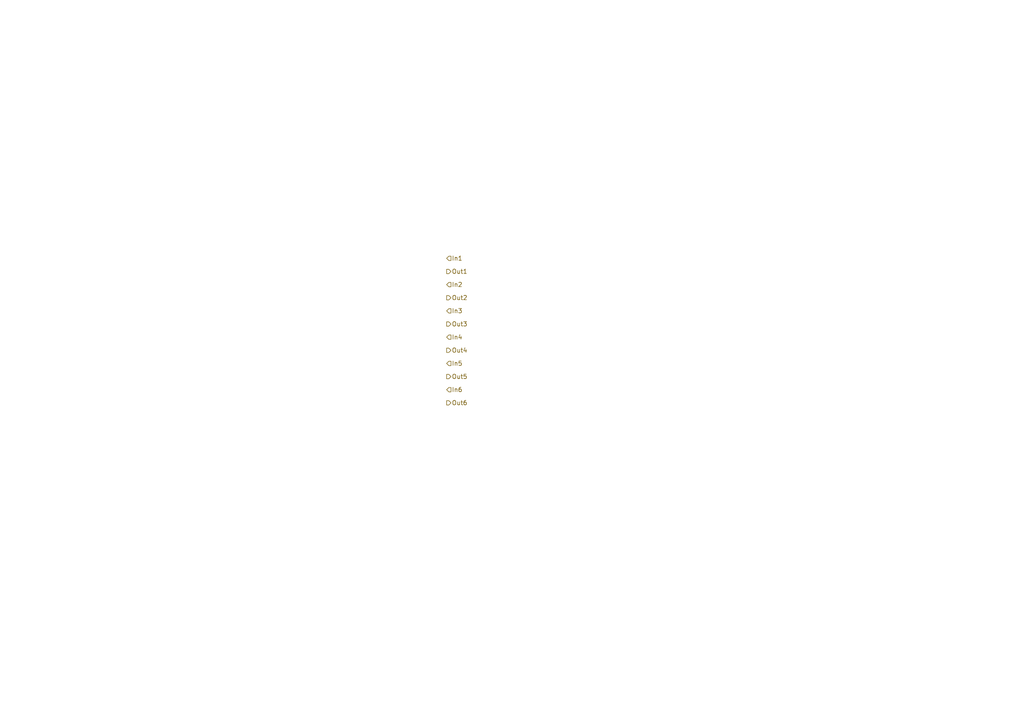
<source format=kicad_sch>
(kicad_sch
	(version 20231120)
	(generator "eeschema")
	(generator_version "8.0")
	(uuid "f7699b28-dfd0-4530-8f0c-9aa463992e8a")
	(paper "A4")
	(lib_symbols)
	(hierarchical_label "Out1"
		(shape output)
		(at 129.54 78.74 0)
		(fields_autoplaced yes)
		(effects
			(font
				(size 1.27 1.27)
			)
			(justify left)
		)
		(uuid "0498f53c-6978-4069-9956-675b0a641e47")
	)
	(hierarchical_label "In5"
		(shape input)
		(at 129.54 105.41 0)
		(fields_autoplaced yes)
		(effects
			(font
				(size 1.27 1.27)
			)
			(justify left)
		)
		(uuid "29c39b7b-92fd-482f-9edb-d68887dced0b")
	)
	(hierarchical_label "In4"
		(shape input)
		(at 129.54 97.79 0)
		(fields_autoplaced yes)
		(effects
			(font
				(size 1.27 1.27)
			)
			(justify left)
		)
		(uuid "2db6de00-df4a-415e-8827-e03d90a05302")
	)
	(hierarchical_label "In3"
		(shape input)
		(at 129.54 90.17 0)
		(fields_autoplaced yes)
		(effects
			(font
				(size 1.27 1.27)
			)
			(justify left)
		)
		(uuid "4209c756-5ab1-4b1c-8464-705d28a30fab")
	)
	(hierarchical_label "In6"
		(shape input)
		(at 129.54 113.03 0)
		(fields_autoplaced yes)
		(effects
			(font
				(size 1.27 1.27)
			)
			(justify left)
		)
		(uuid "a055cd85-17f9-465f-912a-4b6989b97591")
	)
	(hierarchical_label "Out5"
		(shape output)
		(at 129.54 109.22 0)
		(fields_autoplaced yes)
		(effects
			(font
				(size 1.27 1.27)
			)
			(justify left)
		)
		(uuid "a94b841e-46db-431e-b75a-ad7ee7edc37b")
	)
	(hierarchical_label "Out3"
		(shape output)
		(at 129.54 93.98 0)
		(fields_autoplaced yes)
		(effects
			(font
				(size 1.27 1.27)
			)
			(justify left)
		)
		(uuid "b58c7a67-3380-4ff4-a8f8-26e66fe3873b")
	)
	(hierarchical_label "Out6"
		(shape output)
		(at 129.54 116.84 0)
		(fields_autoplaced yes)
		(effects
			(font
				(size 1.27 1.27)
			)
			(justify left)
		)
		(uuid "b63fe449-c958-4029-b284-1b9525de80d0")
	)
	(hierarchical_label "Out2"
		(shape output)
		(at 129.54 86.36 0)
		(fields_autoplaced yes)
		(effects
			(font
				(size 1.27 1.27)
			)
			(justify left)
		)
		(uuid "bc38bbb6-fab1-447a-a612-9a6cb9d87c43")
	)
	(hierarchical_label "Out4"
		(shape output)
		(at 129.54 101.6 0)
		(fields_autoplaced yes)
		(effects
			(font
				(size 1.27 1.27)
			)
			(justify left)
		)
		(uuid "cf1c70ee-73c6-4451-8b57-eb95d505787b")
	)
	(hierarchical_label "In2"
		(shape input)
		(at 129.54 82.55 0)
		(fields_autoplaced yes)
		(effects
			(font
				(size 1.27 1.27)
			)
			(justify left)
		)
		(uuid "ddb45c3a-4d68-4b40-8c86-30be270d019f")
	)
	(hierarchical_label "In1"
		(shape input)
		(at 129.54 74.93 0)
		(fields_autoplaced yes)
		(effects
			(font
				(size 1.27 1.27)
			)
			(justify left)
		)
		(uuid "e44a1585-8c10-44c0-a92a-108762b14d04")
	)
)

</source>
